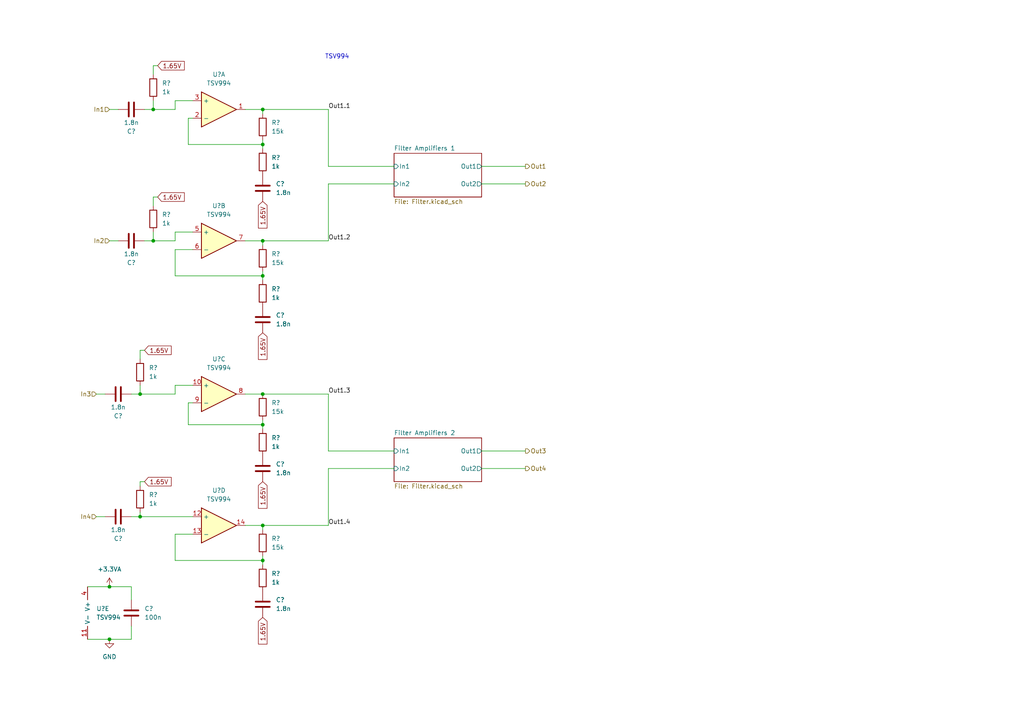
<source format=kicad_sch>
(kicad_sch (version 20250114) (generator "eeschema") (generator_version "9.0")
  (paper "A4")
  (lib_symbols
    (symbol "Device:C" (pin_numbers (hide yes)) (pin_names (offset 0.254))
      (property "Reference" "C" (at 0.635 2.54 0))
      (property "Value" "C" (at 0.635 -2.54 0))
      (symbol "C_0_1"
        (polyline (pts (xy -2.032 0.762) (xy 2.032 0.762)) (stroke (width 0.508)))
        (polyline (pts (xy -2.032 -0.762) (xy 2.032 -0.762)) (stroke (width 0.508)))
      )
      (symbol "C_1_1"
        (pin passive line (at 0 3.81 270) (length 2.794) (name "~") (number "1"))
        (pin passive line (at 0 -3.81 90) (length 2.794) (name "~") (number "2"))
      )
    )
    (symbol "Device:Opamp_Quad"
      (property "Reference" "U" (at 0 5.08 0))
      (property "Value" "Opamp_Quad" (at 0 -5.08 0))
      (symbol "Opamp_Quad_1_1"
        (polyline (pts (xy -5.08 5.08) (xy 5.08 0) (xy -5.08 -5.08) (xy -5.08 5.08)) (stroke (width 0.254)) (fill (type background)))
        (pin input line (at -7.62 2.54 0) (length 2.54) (name "+") (number "3"))
        (pin input line (at -7.62 -2.54 0) (length 2.54) (name "-") (number "2"))
        (pin output line (at 7.62 0 180) (length 2.54) (name "~") (number "1"))
      )
      (symbol "Opamp_Quad_2_1"
        (polyline (pts (xy -5.08 5.08) (xy 5.08 0) (xy -5.08 -5.08) (xy -5.08 5.08)) (stroke (width 0.254)) (fill (type background)))
        (pin input line (at -7.62 2.54 0) (length 2.54) (name "+") (number "5"))
        (pin input line (at -7.62 -2.54 0) (length 2.54) (name "-") (number "6"))
        (pin output line (at 7.62 0 180) (length 2.54) (name "~") (number "7"))
      )
      (symbol "Opamp_Quad_3_1"
        (polyline (pts (xy -5.08 5.08) (xy 5.08 0) (xy -5.08 -5.08) (xy -5.08 5.08)) (stroke (width 0.254)) (fill (type background)))
        (pin input line (at -7.62 2.54 0) (length 2.54) (name "+") (number "10"))
        (pin input line (at -7.62 -2.54 0) (length 2.54) (name "-") (number "9"))
        (pin output line (at 7.62 0 180) (length 2.54) (name "~") (number "8"))
      )
      (symbol "Opamp_Quad_4_1"
        (polyline (pts (xy -5.08 5.08) (xy 5.08 0) (xy -5.08 -5.08) (xy -5.08 5.08)) (stroke (width 0.254)) (fill (type background)))
        (pin input line (at -7.62 2.54 0) (length 2.54) (name "+") (number "12"))
        (pin input line (at -7.62 -2.54 0) (length 2.54) (name "-") (number "13"))
        (pin output line (at 7.62 0 180) (length 2.54) (name "~") (number "14"))
      )
      (symbol "Opamp_Quad_5_1"
        (pin power_in line (at -2.54 7.62 270) (length 3.81) (name "V+") (number "4"))
        (pin power_in line (at -2.54 -7.62 90) (length 3.81) (name "V-") (number "11"))
      )
    )
    (symbol "Device:R" (pin_numbers (hide yes)) (pin_names (offset 0))
      (property "Reference" "R" (at 2.032 0 90))
      (property "Value" "R" (at 0 0 90))
      (symbol "R_0_1"
        (rectangle (start -1.016 -2.54) (end 1.016 2.54) (stroke (width 0.254)))
      )
      (symbol "R_1_1"
        (pin passive line (at 0 3.81 270) (length 1.27) (name "~") (number "1"))
        (pin passive line (at 0 -3.81 90) (length 1.27) (name "~") (number "2"))
      )
    )
    (symbol "power:+3.3VA" (power) (pin_numbers (hide yes)) (pin_names (offset 0) (hide yes))
      (property "Value" "+3.3VA" (at 0 3.556 0))
      (symbol "+3.3VA_0_1"
        (polyline (pts (xy -0.762 1.27) (xy 0 2.54)))
        (polyline (pts (xy 0 2.54) (xy 0.762 1.27)))
        (polyline (pts (xy 0 0) (xy 0 2.54)))
      )
      (symbol "+3.3VA_1_1"
        (pin power_in line (at 0 0 90) (length 0) (name "~") (number "1"))
      )
    )
    (symbol "power:GND" (power) (pin_numbers (hide yes)) (pin_names (offset 0) (hide yes))
      (property "Value" "GND" (at 0 -3.81 0))
      (symbol "GND_0_1"
        (polyline (pts (xy 0 0) (xy 0 -1.27) (xy 1.27 -1.27) (xy 0 -2.54) (xy -1.27 -1.27) (xy 0 -1.27)))
      )
      (symbol "GND_1_1"
        (pin power_in line (at 0 0 270) (length 0) (name "~") (number "1"))
      )
    )
  )
  (text "TSV994" (at 97.79 16.51 0) (effects (font (size 1.27 1.27))))
  (junction (at 40.64 149.86))
  (junction (at 44.45 69.85))
  (junction (at 76.2 114.3))
  (junction (at 76.2 41.91))
  (junction (at 40.64 114.3))
  (junction (at 31.75 170.18))
  (junction (at 76.2 80.01))
  (junction (at 76.2 31.75))
  (junction (at 76.2 152.4))
  (junction (at 76.2 123.19))
  (junction (at 76.2 162.56))
  (junction (at 31.75 185.42))
  (junction (at 76.2 69.85))
  (junction (at 44.45 31.75))
  (wire (pts (xy 31.75 69.85) (xy 34.29 69.85)))
  (wire (pts (xy 76.2 114.3) (xy 95.25 114.3)))
  (wire (pts (xy 54.61 116.84) (xy 55.88 116.84)))
  (wire (pts (xy 50.8 111.76) (xy 55.88 111.76)))
  (wire (pts (xy 44.45 19.05) (xy 44.45 21.59)))
  (wire (pts (xy 44.45 69.85) (xy 50.8 69.85)))
  (wire (pts (xy 114.3 135.89) (xy 95.25 135.89)))
  (wire (pts (xy 76.2 121.92) (xy 76.2 123.19)))
  (wire (pts (xy 27.94 149.86) (xy 30.48 149.86)))
  (wire (pts (xy 71.12 69.85) (xy 76.2 69.85)))
  (wire (pts (xy 44.45 69.85) (xy 44.45 67.31)))
  (wire (pts (xy 152.4 48.26) (xy 139.7 48.26)))
  (wire (pts (xy 76.2 162.56) (xy 76.2 161.29)))
  (wire (pts (xy 152.4 130.81) (xy 139.7 130.81)))
  (wire (pts (xy 95.25 69.85) (xy 95.25 53.34)))
  (wire (pts (xy 40.64 139.7) (xy 40.64 140.97)))
  (wire (pts (xy 40.64 101.6) (xy 40.64 104.14)))
  (wire (pts (xy 40.64 111.76) (xy 40.64 114.3)))
  (wire (pts (xy 71.12 31.75) (xy 76.2 31.75)))
  (wire (pts (xy 44.45 31.75) (xy 50.8 31.75)))
  (wire (pts (xy 55.88 72.39) (xy 50.8 72.39)))
  (wire (pts (xy 76.2 78.74) (xy 76.2 80.01)))
  (wire (pts (xy 41.91 31.75) (xy 44.45 31.75)))
  (wire (pts (xy 76.2 31.75) (xy 76.2 33.02)))
  (wire (pts (xy 50.8 162.56) (xy 76.2 162.56)))
  (wire (pts (xy 152.4 53.34) (xy 139.7 53.34)))
  (wire (pts (xy 40.64 149.86) (xy 55.88 149.86)))
  (wire (pts (xy 41.91 139.7) (xy 40.64 139.7)))
  (wire (pts (xy 76.2 41.91) (xy 76.2 43.18)))
  (wire (pts (xy 38.1 114.3) (xy 40.64 114.3)))
  (wire (pts (xy 44.45 57.15) (xy 44.45 59.69)))
  (wire (pts (xy 152.4 135.89) (xy 139.7 135.89)))
  (wire (pts (xy 95.25 31.75) (xy 95.25 48.26)))
  (wire (pts (xy 54.61 123.19) (xy 76.2 123.19)))
  (wire (pts (xy 54.61 34.29) (xy 55.88 34.29)))
  (wire (pts (xy 54.61 41.91) (xy 76.2 41.91)))
  (wire (pts (xy 40.64 148.59) (xy 40.64 149.86)))
  (wire (pts (xy 50.8 69.85) (xy 50.8 67.31)))
  (wire (pts (xy 31.75 170.18) (xy 38.1 170.18)))
  (wire (pts (xy 76.2 71.12) (xy 76.2 69.85)))
  (wire (pts (xy 76.2 80.01) (xy 76.2 81.28)))
  (wire (pts (xy 95.25 53.34) (xy 114.3 53.34)))
  (wire (pts (xy 25.4 185.42) (xy 31.75 185.42)))
  (wire (pts (xy 76.2 123.19) (xy 76.2 124.46)))
  (wire (pts (xy 38.1 170.18) (xy 38.1 173.99)))
  (wire (pts (xy 76.2 162.56) (xy 76.2 163.83)))
  (wire (pts (xy 25.4 170.18) (xy 31.75 170.18)))
  (wire (pts (xy 50.8 31.75) (xy 50.8 29.21)))
  (wire (pts (xy 50.8 29.21) (xy 55.88 29.21)))
  (wire (pts (xy 76.2 31.75) (xy 95.25 31.75)))
  (wire (pts (xy 41.91 101.6) (xy 40.64 101.6)))
  (wire (pts (xy 31.75 185.42) (xy 38.1 185.42)))
  (wire (pts (xy 76.2 40.64) (xy 76.2 41.91)))
  (wire (pts (xy 50.8 80.01) (xy 76.2 80.01)))
  (wire (pts (xy 41.91 69.85) (xy 44.45 69.85)))
  (wire (pts (xy 50.8 154.94) (xy 50.8 162.56)))
  (wire (pts (xy 95.25 135.89) (xy 95.25 152.4)))
  (wire (pts (xy 38.1 185.42) (xy 38.1 181.61)))
  (wire (pts (xy 95.25 114.3) (xy 95.25 130.81)))
  (wire (pts (xy 45.72 57.15) (xy 44.45 57.15)))
  (wire (pts (xy 50.8 72.39) (xy 50.8 80.01)))
  (wire (pts (xy 71.12 152.4) (xy 76.2 152.4)))
  (wire (pts (xy 54.61 41.91) (xy 54.61 34.29)))
  (wire (pts (xy 31.75 31.75) (xy 34.29 31.75)))
  (wire (pts (xy 54.61 116.84) (xy 54.61 123.19)))
  (wire (pts (xy 55.88 154.94) (xy 50.8 154.94)))
  (wire (pts (xy 50.8 114.3) (xy 50.8 111.76)))
  (wire (pts (xy 27.94 114.3) (xy 30.48 114.3)))
  (wire (pts (xy 76.2 152.4) (xy 95.25 152.4)))
  (wire (pts (xy 38.1 149.86) (xy 40.64 149.86)))
  (wire (pts (xy 76.2 152.4) (xy 76.2 153.67)))
  (wire (pts (xy 76.2 69.85) (xy 95.25 69.85)))
  (wire (pts (xy 44.45 31.75) (xy 44.45 29.21)))
  (wire (pts (xy 45.72 19.05) (xy 44.45 19.05)))
  (wire (pts (xy 71.12 114.3) (xy 76.2 114.3)))
  (wire (pts (xy 95.25 130.81) (xy 114.3 130.81)))
  (wire (pts (xy 95.25 48.26) (xy 114.3 48.26)))
  (wire (pts (xy 40.64 114.3) (xy 50.8 114.3)))
  (wire (pts (xy 50.8 67.31) (xy 55.88 67.31)))
  (label "Out1.2" (at 95.25 69.85 0))
  (label "Out1.3" (at 95.25 114.3 0))
  (label "Out1.4" (at 95.25 152.4 0))
  (label "Out1.1" (at 95.25 31.75 0))
  (global_label "1.65V" (shape input) (at 45.72 19.05 0) (property "Intersheetrefs" "${INTERSHEET_REFS}" (effects (hide yes))))
  (global_label "1.65V" (shape input) (at 76.2 96.52 270) (property "Intersheetrefs" "${INTERSHEET_REFS}" (effects (hide yes))))
  (global_label "1.65V" (shape input) (at 41.91 101.6 0) (property "Intersheetrefs" "${INTERSHEET_REFS}" (effects (hide yes))))
  (global_label "1.65V" (shape input) (at 45.72 57.15 0) (property "Intersheetrefs" "${INTERSHEET_REFS}" (effects (hide yes))))
  (global_label "1.65V" (shape input) (at 76.2 139.7 270) (property "Intersheetrefs" "${INTERSHEET_REFS}" (effects (hide yes))))
  (global_label "1.65V" (shape input) (at 76.2 179.07 270) (property "Intersheetrefs" "${INTERSHEET_REFS}" (effects (hide yes))))
  (global_label "1.65V" (shape input) (at 76.2 58.42 270) (property "Intersheetrefs" "${INTERSHEET_REFS}" (effects (hide yes))))
  (global_label "1.65V" (shape input) (at 41.91 139.7 0) (property "Intersheetrefs" "${INTERSHEET_REFS}" (effects (hide yes))))
  (hierarchical_label "Out4" (shape output) (at 152.4 135.89 0))
  (hierarchical_label "In1" (shape input) (at 31.75 31.75 180))
  (hierarchical_label "In4" (shape input) (at 27.94 149.86 180))
  (hierarchical_label "Out1" (shape output) (at 152.4 48.26 0))
  (hierarchical_label "Out3" (shape output) (at 152.4 130.81 0))
  (hierarchical_label "In3" (shape input) (at 27.94 114.3 180))
  (hierarchical_label "Out2" (shape output) (at 152.4 53.34 0))
  (hierarchical_label "In2" (shape input) (at 31.75 69.85 180))
  (symbol (lib_id "Device:C") (at 34.29 114.3 270) (unit 1)
    (property "Reference" "C?" (at 34.29 120.65 90))
    (property "Value" "1.8n" (at 34.29 118.11 90))
    (property "Footprint" "Capacitor_SMD:C_0603_1608Metric" (effects (hide yes)))
    (property "Description" "Unpolarized capacitor" (effects (hide yes)))
  )
  (symbol (lib_id "Device:R") (at 76.2 36.83 0) (mirror x) (unit 1)
    (property "Reference" "R?" (at 78.74 35.56 0) (effects (justify left)))
    (property "Value" "15k" (at 78.74 38.1 0) (effects (justify left)))
    (property "Footprint" "Resistor_SMD:R_0603_1608Metric" (effects (hide yes)))
    (property "Description" "Resistor" (effects (hide yes)))
  )
  (symbol (lib_id "Device:R") (at 44.45 25.4 0) (unit 1)
    (property "Reference" "R?" (at 46.99 24.1299 0) (effects (justify left)))
    (property "Value" "1k" (at 46.99 26.6699 0) (effects (justify left)))
    (property "Footprint" "Resistor_SMD:R_0603_1608Metric" (effects (hide yes)))
    (property "Description" "Resistor" (effects (hide yes)))
  )
  (symbol (lib_id "Device:R") (at 76.2 128.27 0) (unit 1)
    (property "Reference" "R?" (at 78.74 126.9999 0) (effects (justify left)))
    (property "Value" "1k" (at 78.74 129.5399 0) (effects (justify left)))
    (property "Footprint" "Resistor_SMD:R_0603_1608Metric" (effects (hide yes)))
    (property "Description" "Resistor" (effects (hide yes)))
  )
  (symbol (lib_id "power:+3.3VA") (at 31.75 170.18 0) (unit 1)
    (property "Reference" "#PWR013" (effects (hide yes)))
    (property "Value" "+3.3VA" (at 31.75 165.1 0))
    (property "Description" "Power symbol creates a global label with name \"+3.3VA\"" (effects (hide yes)))
  )
  (symbol (lib_id "Device:R") (at 44.45 63.5 0) (unit 1)
    (property "Reference" "R?" (at 46.99 62.2299 0) (effects (justify left)))
    (property "Value" "1k" (at 46.99 64.7699 0) (effects (justify left)))
    (property "Footprint" "Resistor_SMD:R_0603_1608Metric" (effects (hide yes)))
    (property "Description" "Resistor" (effects (hide yes)))
  )
  (symbol (lib_id "Device:C") (at 76.2 92.71 0) (unit 1)
    (property "Reference" "C?" (at 80.01 91.4399 0) (effects (justify left)))
    (property "Value" "1.8n" (at 80.01 93.9799 0) (effects (justify left)))
    (property "Footprint" "Capacitor_SMD:C_0603_1608Metric" (effects (hide yes)))
    (property "Description" "Unpolarized capacitor" (effects (hide yes)))
  )
  (symbol (lib_id "Device:Opamp_Quad") (at 63.5 152.4 0) (unit 4)
    (property "Reference" "U?" (at 63.5 142.24 0))
    (property "Value" "TSV994" (at 63.5 144.78 0))
    (property "Footprint" "Package_SO:SOIC-14_3.9x8.7mm_P1.27mm" (effects (hide yes)))
    (property "Description" "Quad operational amplifier" (effects (hide yes)))
    (property "Sim.Library" "${KICAD9_SYMBOL_DIR}/Simulation_SPICE.sp" (effects (hide yes)))
    (property "Sim.Name" "kicad_builtin_opamp_quad" (effects (hide yes)))
    (property "Sim.Device" "SUBCKT" (effects (hide yes)))
    (property "Sim.Pins" "1=out1 2=in1- 3=in1+ 4=vcc 5=in2+ 6=in2- 7=out2 8=out3 9=in3- 10=in3+ 11=vee 12=in4+ 13=in4- 14=out4" (effects (hide yes)))
  )
  (symbol (lib_id "Device:R") (at 76.2 118.11 0) (mirror x) (unit 1)
    (property "Reference" "R?" (at 78.74 116.84 0) (effects (justify left)))
    (property "Value" "15k" (at 78.74 119.38 0) (effects (justify left)))
    (property "Footprint" "Resistor_SMD:R_0603_1608Metric" (effects (hide yes)))
    (property "Description" "Resistor" (effects (hide yes)))
  )
  (symbol (lib_id "Device:R") (at 76.2 157.48 0) (mirror x) (unit 1)
    (property "Reference" "R?" (at 78.74 156.21 0) (effects (justify left)))
    (property "Value" "15k" (at 78.74 158.75 0) (effects (justify left)))
    (property "Footprint" "Resistor_SMD:R_0603_1608Metric" (effects (hide yes)))
    (property "Description" "Resistor" (effects (hide yes)))
  )
  (symbol (lib_id "Device:R") (at 76.2 85.09 0) (unit 1)
    (property "Reference" "R?" (at 78.74 83.8199 0) (effects (justify left)))
    (property "Value" "1k" (at 78.74 86.3599 0) (effects (justify left)))
    (property "Footprint" "Resistor_SMD:R_0603_1608Metric" (effects (hide yes)))
    (property "Description" "Resistor" (effects (hide yes)))
  )
  (symbol (lib_id "Device:C") (at 76.2 54.61 0) (unit 1)
    (property "Reference" "C?" (at 80.01 53.3399 0) (effects (justify left)))
    (property "Value" "1.8n" (at 80.01 55.8799 0) (effects (justify left)))
    (property "Footprint" "Capacitor_SMD:C_0603_1608Metric" (effects (hide yes)))
    (property "Description" "Unpolarized capacitor" (effects (hide yes)))
  )
  (symbol (lib_id "Device:Opamp_Quad") (at 63.5 114.3 0) (unit 3)
    (property "Reference" "U?" (at 63.5 104.14 0))
    (property "Value" "TSV994" (at 63.5 106.68 0))
    (property "Footprint" "Package_SO:SOIC-14_3.9x8.7mm_P1.27mm" (effects (hide yes)))
    (property "Description" "Quad operational amplifier" (effects (hide yes)))
    (property "Sim.Library" "${KICAD9_SYMBOL_DIR}/Simulation_SPICE.sp" (effects (hide yes)))
    (property "Sim.Name" "kicad_builtin_opamp_quad" (effects (hide yes)))
    (property "Sim.Device" "SUBCKT" (effects (hide yes)))
    (property "Sim.Pins" "1=out1 2=in1- 3=in1+ 4=vcc 5=in2+ 6=in2- 7=out2 8=out3 9=in3- 10=in3+ 11=vee 12=in4+ 13=in4- 14=out4" (effects (hide yes)))
  )
  (symbol (lib_id "Device:Opamp_Quad") (at 27.94 177.8 0) (unit 5)
    (property "Reference" "U?" (at 27.94 176.53 0) (effects (justify left)))
    (property "Value" "TSV994" (at 27.94 179.07 0) (effects (justify left)))
    (property "Footprint" "Package_SO:SOIC-14_3.9x8.7mm_P1.27mm" (effects (hide yes)))
    (property "Description" "Quad operational amplifier" (effects (hide yes)))
    (property "Sim.Library" "${KICAD9_SYMBOL_DIR}/Simulation_SPICE.sp" (effects (hide yes)))
    (property "Sim.Name" "kicad_builtin_opamp_quad" (effects (hide yes)))
    (property "Sim.Device" "SUBCKT" (effects (hide yes)))
    (property "Sim.Pins" "1=out1 2=in1- 3=in1+ 4=vcc 5=in2+ 6=in2- 7=out2 8=out3 9=in3- 10=in3+ 11=vee 12=in4+ 13=in4- 14=out4" (effects (hide yes)))
  )
  (symbol (lib_id "Device:R") (at 40.64 144.78 0) (unit 1)
    (property "Reference" "R?" (at 43.18 143.5099 0) (effects (justify left)))
    (property "Value" "1k" (at 43.18 146.0499 0) (effects (justify left)))
    (property "Footprint" "Resistor_SMD:R_0603_1608Metric" (effects (hide yes)))
    (property "Description" "Resistor" (effects (hide yes)))
  )
  (symbol (lib_id "Device:C") (at 76.2 175.26 0) (unit 1)
    (property "Reference" "C?" (at 80.01 173.9899 0) (effects (justify left)))
    (property "Value" "1.8n" (at 80.01 176.5299 0) (effects (justify left)))
    (property "Footprint" "Capacitor_SMD:C_0603_1608Metric" (effects (hide yes)))
    (property "Description" "Unpolarized capacitor" (effects (hide yes)))
  )
  (symbol (lib_id "Device:R") (at 76.2 74.93 0) (mirror x) (unit 1)
    (property "Reference" "R?" (at 78.74 73.66 0) (effects (justify left)))
    (property "Value" "15k" (at 78.74 76.2 0) (effects (justify left)))
    (property "Footprint" "Resistor_SMD:R_0603_1608Metric" (effects (hide yes)))
    (property "Description" "Resistor" (effects (hide yes)))
  )
  (symbol (lib_id "Device:R") (at 76.2 46.99 0) (unit 1)
    (property "Reference" "R?" (at 78.74 45.7199 0) (effects (justify left)))
    (property "Value" "1k" (at 78.74 48.2599 0) (effects (justify left)))
    (property "Footprint" "Resistor_SMD:R_0603_1608Metric" (effects (hide yes)))
    (property "Description" "Resistor" (effects (hide yes)))
  )
  (symbol (lib_id "Device:R") (at 40.64 107.95 0) (unit 1)
    (property "Reference" "R?" (at 43.18 106.6799 0) (effects (justify left)))
    (property "Value" "1k" (at 43.18 109.2199 0) (effects (justify left)))
    (property "Footprint" "Resistor_SMD:R_0603_1608Metric" (effects (hide yes)))
    (property "Description" "Resistor" (effects (hide yes)))
  )
  (symbol (lib_id "Device:C") (at 38.1 31.75 270) (unit 1)
    (property "Reference" "C?" (at 38.1 38.1 90))
    (property "Value" "1.8n" (at 38.1 35.56 90))
    (property "Footprint" "Capacitor_SMD:C_0603_1608Metric" (effects (hide yes)))
    (property "Description" "Unpolarized capacitor" (effects (hide yes)))
  )
  (symbol (lib_id "Device:C") (at 38.1 177.8 0) (unit 1)
    (property "Reference" "C?" (at 41.91 176.5299 0) (effects (justify left)))
    (property "Value" "100n" (at 41.91 179.0699 0) (effects (justify left)))
    (property "Footprint" "Capacitor_SMD:C_0603_1608Metric" (effects (hide yes)))
    (property "Description" "Unpolarized capacitor" (effects (hide yes)))
  )
  (symbol (lib_id "Device:Opamp_Quad") (at 63.5 31.75 0) (unit 1)
    (property "Reference" "U?" (at 63.5 21.59 0))
    (property "Value" "TSV994" (at 63.5 24.13 0))
    (property "Footprint" "Package_SO:SOIC-14_3.9x8.7mm_P1.27mm" (effects (hide yes)))
    (property "Description" "Quad operational amplifier" (effects (hide yes)))
    (property "Sim.Library" "${KICAD9_SYMBOL_DIR}/Simulation_SPICE.sp" (effects (hide yes)))
    (property "Sim.Name" "kicad_builtin_opamp_quad" (effects (hide yes)))
    (property "Sim.Device" "SUBCKT" (effects (hide yes)))
    (property "Sim.Pins" "1=out1 2=in1- 3=in1+ 4=vcc 5=in2+ 6=in2- 7=out2 8=out3 9=in3- 10=in3+ 11=vee 12=in4+ 13=in4- 14=out4" (effects (hide yes)))
  )
  (symbol (lib_id "Device:C") (at 34.29 149.86 270) (unit 1)
    (property "Reference" "C?" (at 34.29 156.21 90))
    (property "Value" "1.8n" (at 34.29 153.67 90))
    (property "Footprint" "Capacitor_SMD:C_0603_1608Metric" (effects (hide yes)))
    (property "Description" "Unpolarized capacitor" (effects (hide yes)))
  )
  (symbol (lib_id "Device:C") (at 76.2 135.89 0) (unit 1)
    (property "Reference" "C?" (at 80.01 134.6199 0) (effects (justify left)))
    (property "Value" "1.8n" (at 80.01 137.1599 0) (effects (justify left)))
    (property "Footprint" "Capacitor_SMD:C_0603_1608Metric" (effects (hide yes)))
    (property "Description" "Unpolarized capacitor" (effects (hide yes)))
  )
  (symbol (lib_id "Device:C") (at 38.1 69.85 270) (unit 1)
    (property "Reference" "C?" (at 38.1 76.2 90))
    (property "Value" "1.8n" (at 38.1 73.66 90))
    (property "Footprint" "Capacitor_SMD:C_0603_1608Metric" (effects (hide yes)))
    (property "Description" "Unpolarized capacitor" (effects (hide yes)))
  )
  (symbol (lib_id "Device:R") (at 76.2 167.64 0) (unit 1)
    (property "Reference" "R?" (at 78.74 166.3699 0) (effects (justify left)))
    (property "Value" "1k" (at 78.74 168.9099 0) (effects (justify left)))
    (property "Footprint" "Resistor_SMD:R_0603_1608Metric" (effects (hide yes)))
    (property "Description" "Resistor" (effects (hide yes)))
  )
  (symbol (lib_id "power:GND") (at 31.75 185.42 0) (unit 1)
    (property "Reference" "#PWR014" (effects (hide yes)))
    (property "Value" "GND" (at 31.75 190.5 0))
    (property "Description" "Power symbol creates a global label with name \"GND\" , ground" (effects (hide yes)))
  )
  (symbol (lib_id "Device:Opamp_Quad") (at 63.5 69.85 0) (unit 2)
    (property "Reference" "U?" (at 63.5 59.69 0))
    (property "Value" "TSV994" (at 63.5 62.23 0))
    (property "Footprint" "Package_SO:SOIC-14_3.9x8.7mm_P1.27mm" (effects (hide yes)))
    (property "Description" "Quad operational amplifier" (effects (hide yes)))
    (property "Sim.Library" "${KICAD9_SYMBOL_DIR}/Simulation_SPICE.sp" (effects (hide yes)))
    (property "Sim.Name" "kicad_builtin_opamp_quad" (effects (hide yes)))
    (property "Sim.Device" "SUBCKT" (effects (hide yes)))
    (property "Sim.Pins" "1=out1 2=in1- 3=in1+ 4=vcc 5=in2+ 6=in2- 7=out2 8=out3 9=in3- 10=in3+ 11=vee 12=in4+ 13=in4- 14=out4" (effects (hide yes)))
  )
  (sheet (at 114.3 44.45) (size 25.4 12.7) (stroke (width 0.1524))
    (property "Sheetname" "Filter Amplifiers 1" (at 114.3 43.7384 0) (effects (justify left bottom)))
    (property "Sheetfile" "Filter.kicad_sch" (at 114.3 57.7346 0) (effects (justify left top)))
    (pin "In1" input (at 114.3 48.26 180))
    (pin "In2" input (at 114.3 53.34 180))
    (pin "Out1" output (at 139.7 48.26 0))
    (pin "Out2" output (at 139.7 53.34 0))
  )
  (sheet (at 114.3 127) (size 25.4 12.7) (stroke (width 0.1524))
    (property "Sheetname" "Filter Amplifiers 2" (at 114.3 126.2884 0) (effects (justify left bottom)))
    (property "Sheetfile" "Filter.kicad_sch" (at 114.3 140.2846 0) (effects (justify left top)))
    (pin "In1" input (at 114.3 130.81 180))
    (pin "In2" input (at 114.3 135.89 180))
    (pin "Out1" output (at 139.7 130.81 0))
    (pin "Out2" output (at 139.7 135.89 0))
  )
)
</source>
